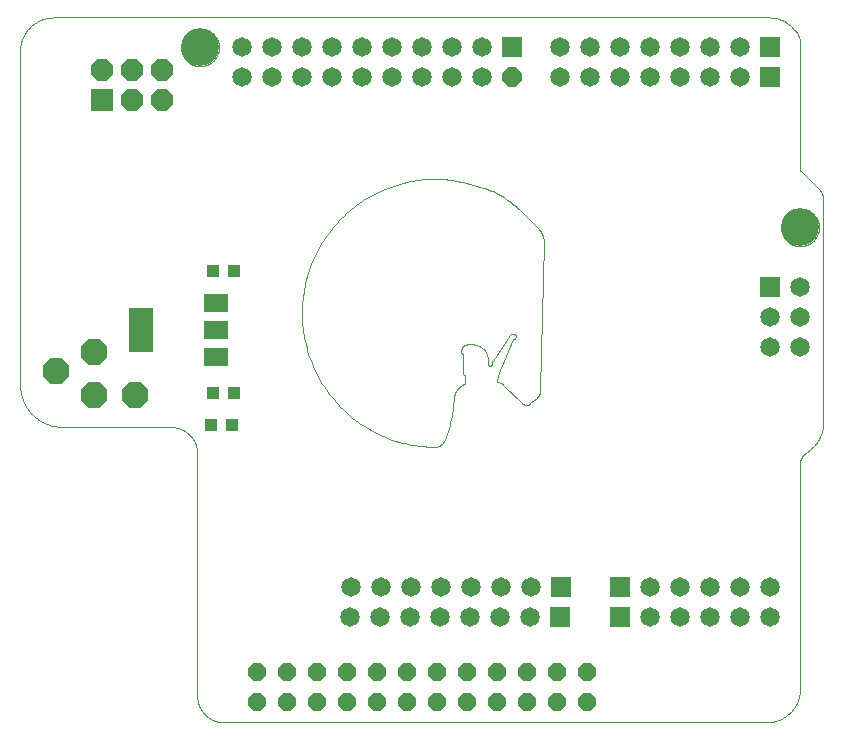
<source format=gts>
G75*
%MOIN*%
%OFA0B0*%
%FSLAX25Y25*%
%IPPOS*%
%LPD*%
%AMOC8*
5,1,8,0,0,1.08239X$1,22.5*
%
%ADD10C,0.00000*%
%ADD11R,0.06500X0.06500*%
%ADD12C,0.06500*%
%ADD13C,0.12600*%
%ADD14R,0.07400X0.07400*%
%ADD15OC8,0.07400*%
%ADD16OC8,0.06000*%
%ADD17OC8,0.06500*%
%ADD18OC8,0.08500*%
%ADD19R,0.07900X0.05900*%
%ADD20R,0.07900X0.15000*%
%ADD21R,0.04134X0.04252*%
D10*
X0064055Y0017159D02*
X0064055Y0097977D01*
X0064052Y0098190D01*
X0064045Y0098402D01*
X0064032Y0098615D01*
X0064014Y0098827D01*
X0063991Y0099038D01*
X0063963Y0099249D01*
X0063929Y0099459D01*
X0063891Y0099668D01*
X0063848Y0099877D01*
X0063799Y0100084D01*
X0063746Y0100290D01*
X0063687Y0100494D01*
X0063624Y0100697D01*
X0063556Y0100899D01*
X0063483Y0101099D01*
X0063405Y0101297D01*
X0063323Y0101493D01*
X0063235Y0101687D01*
X0063143Y0101878D01*
X0063047Y0102068D01*
X0062946Y0102255D01*
X0062840Y0102440D01*
X0062730Y0102622D01*
X0062615Y0102801D01*
X0062497Y0102978D01*
X0062374Y0103151D01*
X0062247Y0103322D01*
X0062115Y0103489D01*
X0061980Y0103654D01*
X0061841Y0103814D01*
X0061698Y0103972D01*
X0061551Y0104126D01*
X0061401Y0104276D01*
X0061247Y0104423D01*
X0061089Y0104566D01*
X0060929Y0104705D01*
X0060764Y0104840D01*
X0060597Y0104972D01*
X0060426Y0105099D01*
X0060253Y0105222D01*
X0060076Y0105340D01*
X0059897Y0105455D01*
X0059715Y0105565D01*
X0059530Y0105671D01*
X0059343Y0105772D01*
X0059153Y0105868D01*
X0058962Y0105960D01*
X0058768Y0106048D01*
X0058572Y0106130D01*
X0058374Y0106208D01*
X0058174Y0106281D01*
X0057972Y0106349D01*
X0057769Y0106412D01*
X0057565Y0106471D01*
X0057359Y0106524D01*
X0057152Y0106573D01*
X0056943Y0106616D01*
X0056734Y0106654D01*
X0056524Y0106688D01*
X0056313Y0106716D01*
X0056102Y0106739D01*
X0055890Y0106757D01*
X0055677Y0106770D01*
X0055465Y0106777D01*
X0055252Y0106780D01*
X0055252Y0106781D02*
X0019195Y0106781D01*
X0018852Y0106785D01*
X0018509Y0106798D01*
X0018167Y0106818D01*
X0017825Y0106847D01*
X0017484Y0106884D01*
X0017144Y0106930D01*
X0016805Y0106984D01*
X0016468Y0107045D01*
X0016132Y0107115D01*
X0015798Y0107193D01*
X0015466Y0107280D01*
X0015136Y0107374D01*
X0014809Y0107476D01*
X0014484Y0107586D01*
X0014161Y0107703D01*
X0013842Y0107829D01*
X0013526Y0107962D01*
X0013213Y0108103D01*
X0012904Y0108251D01*
X0012598Y0108407D01*
X0012296Y0108570D01*
X0011999Y0108740D01*
X0011705Y0108918D01*
X0011416Y0109102D01*
X0011131Y0109294D01*
X0010851Y0109492D01*
X0010576Y0109697D01*
X0010306Y0109909D01*
X0010041Y0110127D01*
X0009782Y0110351D01*
X0009528Y0110581D01*
X0009280Y0110818D01*
X0009037Y0111061D01*
X0008800Y0111309D01*
X0008570Y0111563D01*
X0008346Y0111822D01*
X0008128Y0112087D01*
X0007916Y0112357D01*
X0007711Y0112632D01*
X0007513Y0112912D01*
X0007321Y0113197D01*
X0007137Y0113486D01*
X0006959Y0113780D01*
X0006789Y0114077D01*
X0006626Y0114379D01*
X0006470Y0114685D01*
X0006322Y0114994D01*
X0006181Y0115307D01*
X0006048Y0115623D01*
X0005922Y0115942D01*
X0005805Y0116265D01*
X0005695Y0116590D01*
X0005593Y0116917D01*
X0005499Y0117247D01*
X0005412Y0117579D01*
X0005334Y0117913D01*
X0005264Y0118249D01*
X0005203Y0118586D01*
X0005149Y0118925D01*
X0005103Y0119265D01*
X0005066Y0119606D01*
X0005037Y0119948D01*
X0005017Y0120290D01*
X0005004Y0120633D01*
X0005000Y0120976D01*
X0005000Y0232153D01*
X0005003Y0232423D01*
X0005013Y0232692D01*
X0005029Y0232962D01*
X0005052Y0233230D01*
X0005081Y0233499D01*
X0005117Y0233766D01*
X0005159Y0234032D01*
X0005208Y0234298D01*
X0005263Y0234562D01*
X0005324Y0234824D01*
X0005392Y0235086D01*
X0005466Y0235345D01*
X0005546Y0235603D01*
X0005633Y0235858D01*
X0005725Y0236111D01*
X0005824Y0236363D01*
X0005929Y0236611D01*
X0006040Y0236857D01*
X0006156Y0237100D01*
X0006279Y0237341D01*
X0006407Y0237578D01*
X0006541Y0237812D01*
X0006680Y0238043D01*
X0006825Y0238270D01*
X0006976Y0238494D01*
X0007132Y0238714D01*
X0007293Y0238931D01*
X0007459Y0239143D01*
X0007631Y0239351D01*
X0007807Y0239555D01*
X0007989Y0239755D01*
X0008175Y0239950D01*
X0008366Y0240141D01*
X0008561Y0240327D01*
X0008761Y0240509D01*
X0008965Y0240685D01*
X0009173Y0240857D01*
X0009385Y0241023D01*
X0009602Y0241184D01*
X0009822Y0241340D01*
X0010046Y0241491D01*
X0010273Y0241636D01*
X0010504Y0241775D01*
X0010738Y0241909D01*
X0010975Y0242037D01*
X0011216Y0242160D01*
X0011459Y0242276D01*
X0011705Y0242387D01*
X0011953Y0242492D01*
X0012205Y0242591D01*
X0012458Y0242683D01*
X0012713Y0242770D01*
X0012971Y0242850D01*
X0013230Y0242924D01*
X0013492Y0242992D01*
X0013754Y0243053D01*
X0014018Y0243108D01*
X0014284Y0243157D01*
X0014550Y0243199D01*
X0014817Y0243235D01*
X0015086Y0243264D01*
X0015354Y0243287D01*
X0015624Y0243303D01*
X0015893Y0243313D01*
X0016163Y0243316D01*
X0254763Y0243316D01*
X0262006Y0240330D02*
X0263110Y0239234D01*
X0265000Y0234691D02*
X0265000Y0192770D01*
X0265293Y0192063D02*
X0271217Y0186214D01*
X0272717Y0182626D02*
X0272717Y0108230D01*
X0272714Y0107959D01*
X0272704Y0107688D01*
X0272687Y0107417D01*
X0272664Y0107147D01*
X0272635Y0106878D01*
X0272598Y0106609D01*
X0272556Y0106341D01*
X0272506Y0106074D01*
X0272451Y0105809D01*
X0272388Y0105545D01*
X0272320Y0105283D01*
X0272245Y0105022D01*
X0272164Y0104763D01*
X0272076Y0104507D01*
X0271982Y0104252D01*
X0271882Y0104000D01*
X0271776Y0103751D01*
X0271664Y0103504D01*
X0271546Y0103260D01*
X0271422Y0103019D01*
X0271292Y0102780D01*
X0271157Y0102546D01*
X0271016Y0102314D01*
X0270869Y0102086D01*
X0270716Y0101862D01*
X0270559Y0101641D01*
X0270396Y0101425D01*
X0270227Y0101212D01*
X0270054Y0101004D01*
X0269875Y0100799D01*
X0269692Y0100600D01*
X0269504Y0100404D01*
X0269311Y0100214D01*
X0269114Y0100028D01*
X0268912Y0099847D01*
X0268705Y0099671D01*
X0268495Y0099500D01*
X0266956Y0098282D01*
X0264843Y0093911D02*
X0264843Y0040427D01*
X0265000Y0019603D01*
X0264997Y0019331D01*
X0264987Y0019060D01*
X0264970Y0018788D01*
X0264947Y0018518D01*
X0264918Y0018247D01*
X0264882Y0017978D01*
X0264839Y0017709D01*
X0264790Y0017442D01*
X0264735Y0017176D01*
X0264673Y0016911D01*
X0264605Y0016648D01*
X0264530Y0016387D01*
X0264450Y0016127D01*
X0264362Y0015870D01*
X0264269Y0015615D01*
X0264170Y0015362D01*
X0264064Y0015111D01*
X0263953Y0014864D01*
X0263835Y0014618D01*
X0263712Y0014376D01*
X0263583Y0014137D01*
X0263448Y0013901D01*
X0263307Y0013669D01*
X0263161Y0013440D01*
X0263009Y0013214D01*
X0262852Y0012992D01*
X0262690Y0012774D01*
X0262522Y0012560D01*
X0262349Y0012350D01*
X0262172Y0012145D01*
X0261989Y0011944D01*
X0261801Y0011747D01*
X0261609Y0011555D01*
X0261412Y0011367D01*
X0261211Y0011184D01*
X0261006Y0011007D01*
X0260796Y0010834D01*
X0260582Y0010666D01*
X0260364Y0010504D01*
X0260142Y0010347D01*
X0259916Y0010195D01*
X0259687Y0010049D01*
X0259455Y0009908D01*
X0259219Y0009773D01*
X0258980Y0009644D01*
X0258738Y0009521D01*
X0258492Y0009403D01*
X0258245Y0009292D01*
X0257994Y0009186D01*
X0257741Y0009087D01*
X0257486Y0008994D01*
X0257229Y0008906D01*
X0256969Y0008826D01*
X0256708Y0008751D01*
X0256445Y0008683D01*
X0256180Y0008621D01*
X0255914Y0008566D01*
X0255647Y0008517D01*
X0255378Y0008474D01*
X0255109Y0008438D01*
X0254838Y0008409D01*
X0254568Y0008386D01*
X0254296Y0008369D01*
X0254025Y0008359D01*
X0253753Y0008356D01*
X0072859Y0008356D01*
X0072646Y0008359D01*
X0072434Y0008366D01*
X0072221Y0008379D01*
X0072009Y0008397D01*
X0071798Y0008420D01*
X0071587Y0008448D01*
X0071377Y0008482D01*
X0071168Y0008520D01*
X0070959Y0008563D01*
X0070752Y0008612D01*
X0070546Y0008665D01*
X0070342Y0008724D01*
X0070139Y0008787D01*
X0069937Y0008855D01*
X0069737Y0008928D01*
X0069539Y0009006D01*
X0069343Y0009088D01*
X0069149Y0009176D01*
X0068958Y0009268D01*
X0068768Y0009364D01*
X0068581Y0009465D01*
X0068396Y0009571D01*
X0068214Y0009681D01*
X0068035Y0009796D01*
X0067858Y0009914D01*
X0067685Y0010037D01*
X0067514Y0010164D01*
X0067347Y0010296D01*
X0067182Y0010431D01*
X0067022Y0010570D01*
X0066864Y0010713D01*
X0066710Y0010860D01*
X0066560Y0011010D01*
X0066413Y0011164D01*
X0066270Y0011322D01*
X0066131Y0011482D01*
X0065996Y0011647D01*
X0065864Y0011814D01*
X0065737Y0011985D01*
X0065614Y0012158D01*
X0065496Y0012335D01*
X0065381Y0012514D01*
X0065271Y0012696D01*
X0065165Y0012881D01*
X0065064Y0013068D01*
X0064968Y0013258D01*
X0064876Y0013449D01*
X0064788Y0013643D01*
X0064706Y0013839D01*
X0064628Y0014037D01*
X0064555Y0014237D01*
X0064487Y0014439D01*
X0064424Y0014642D01*
X0064365Y0014846D01*
X0064312Y0015052D01*
X0064263Y0015259D01*
X0064220Y0015468D01*
X0064182Y0015677D01*
X0064148Y0015887D01*
X0064120Y0016098D01*
X0064097Y0016309D01*
X0064079Y0016521D01*
X0064066Y0016734D01*
X0064059Y0016946D01*
X0064056Y0017159D01*
X0143000Y0100155D02*
X0143121Y0100156D01*
X0143242Y0100160D01*
X0143363Y0100167D01*
X0143484Y0100179D01*
X0143604Y0100194D01*
X0143723Y0100214D01*
X0143842Y0100237D01*
X0143960Y0100264D01*
X0144077Y0100294D01*
X0144193Y0100328D01*
X0144308Y0100366D01*
X0144422Y0100408D01*
X0144534Y0100453D01*
X0144645Y0100502D01*
X0144754Y0100554D01*
X0144862Y0100609D01*
X0144968Y0100668D01*
X0145072Y0100731D01*
X0145173Y0100796D01*
X0145273Y0100865D01*
X0145370Y0100937D01*
X0145465Y0101012D01*
X0145558Y0101089D01*
X0145648Y0101170D01*
X0145736Y0101254D01*
X0145821Y0101340D01*
X0145903Y0101429D01*
X0145982Y0101521D01*
X0146058Y0101615D01*
X0146131Y0101711D01*
X0146202Y0101810D01*
X0146269Y0101911D01*
X0146332Y0102014D01*
X0146393Y0102118D01*
X0146450Y0102225D01*
X0146504Y0102334D01*
X0146554Y0102444D01*
X0146600Y0102556D01*
X0149600Y0116355D02*
X0149609Y0116500D01*
X0149622Y0116644D01*
X0149639Y0116788D01*
X0149659Y0116931D01*
X0149684Y0117074D01*
X0149712Y0117216D01*
X0149744Y0117357D01*
X0149780Y0117497D01*
X0149820Y0117636D01*
X0149863Y0117774D01*
X0149910Y0117911D01*
X0149961Y0118047D01*
X0150016Y0118181D01*
X0150074Y0118314D01*
X0150136Y0118444D01*
X0150201Y0118574D01*
X0150270Y0118701D01*
X0150342Y0118827D01*
X0150417Y0118950D01*
X0150496Y0119072D01*
X0150578Y0119191D01*
X0150664Y0119308D01*
X0150752Y0119422D01*
X0150844Y0119535D01*
X0150938Y0119644D01*
X0151035Y0119751D01*
X0151136Y0119856D01*
X0151239Y0119957D01*
X0151345Y0120056D01*
X0151453Y0120152D01*
X0151564Y0120245D01*
X0151677Y0120335D01*
X0151793Y0120422D01*
X0151911Y0120505D01*
X0152032Y0120586D01*
X0152154Y0120663D01*
X0152279Y0120737D01*
X0152405Y0120807D01*
X0152534Y0120874D01*
X0152664Y0120938D01*
X0152796Y0120997D01*
X0152929Y0121054D01*
X0153064Y0121106D01*
X0153200Y0121155D01*
X0153200Y0121156D02*
X0153200Y0124156D01*
X0153153Y0124158D01*
X0153106Y0124163D01*
X0153060Y0124173D01*
X0153015Y0124185D01*
X0152970Y0124202D01*
X0152928Y0124221D01*
X0152887Y0124244D01*
X0152847Y0124271D01*
X0152810Y0124300D01*
X0152776Y0124332D01*
X0152744Y0124366D01*
X0152715Y0124403D01*
X0152688Y0124443D01*
X0152665Y0124484D01*
X0152646Y0124526D01*
X0152629Y0124571D01*
X0152617Y0124616D01*
X0152607Y0124662D01*
X0152602Y0124709D01*
X0152600Y0124756D01*
X0152600Y0130756D01*
X0152598Y0130803D01*
X0152593Y0130850D01*
X0152583Y0130896D01*
X0152571Y0130941D01*
X0152554Y0130986D01*
X0152535Y0131028D01*
X0152512Y0131069D01*
X0152485Y0131109D01*
X0152456Y0131146D01*
X0152424Y0131180D01*
X0152390Y0131212D01*
X0152353Y0131241D01*
X0152313Y0131268D01*
X0152272Y0131291D01*
X0152230Y0131310D01*
X0152185Y0131327D01*
X0152140Y0131339D01*
X0152094Y0131349D01*
X0152047Y0131354D01*
X0152000Y0131356D01*
X0152000Y0131956D01*
X0152002Y0132053D01*
X0152008Y0132149D01*
X0152017Y0132245D01*
X0152031Y0132341D01*
X0152049Y0132436D01*
X0152070Y0132530D01*
X0152095Y0132624D01*
X0152124Y0132716D01*
X0152156Y0132807D01*
X0152192Y0132897D01*
X0152232Y0132985D01*
X0152275Y0133071D01*
X0152322Y0133156D01*
X0152372Y0133239D01*
X0152425Y0133319D01*
X0152481Y0133398D01*
X0152541Y0133474D01*
X0152604Y0133547D01*
X0152669Y0133619D01*
X0152737Y0133687D01*
X0152809Y0133752D01*
X0152882Y0133815D01*
X0152958Y0133875D01*
X0153037Y0133931D01*
X0153117Y0133984D01*
X0153200Y0134034D01*
X0153285Y0134081D01*
X0153371Y0134124D01*
X0153459Y0134164D01*
X0153549Y0134200D01*
X0153640Y0134232D01*
X0153732Y0134261D01*
X0153826Y0134286D01*
X0153920Y0134307D01*
X0154015Y0134325D01*
X0154111Y0134339D01*
X0154207Y0134348D01*
X0154303Y0134354D01*
X0154400Y0134356D01*
X0155600Y0134356D01*
X0155746Y0134354D01*
X0155892Y0134348D01*
X0156038Y0134338D01*
X0156184Y0134324D01*
X0156329Y0134307D01*
X0156474Y0134285D01*
X0156618Y0134259D01*
X0156761Y0134230D01*
X0156903Y0134196D01*
X0157045Y0134159D01*
X0157185Y0134118D01*
X0157324Y0134073D01*
X0157462Y0134025D01*
X0157599Y0133972D01*
X0157734Y0133917D01*
X0157867Y0133857D01*
X0157999Y0133794D01*
X0158129Y0133727D01*
X0158258Y0133657D01*
X0158384Y0133583D01*
X0158508Y0133506D01*
X0158630Y0133426D01*
X0158750Y0133342D01*
X0158868Y0133255D01*
X0158983Y0133165D01*
X0159096Y0133072D01*
X0159206Y0132975D01*
X0159314Y0132876D01*
X0159418Y0132774D01*
X0159520Y0132670D01*
X0159619Y0132562D01*
X0159716Y0132452D01*
X0159809Y0132339D01*
X0159899Y0132224D01*
X0159986Y0132106D01*
X0160070Y0131986D01*
X0160150Y0131864D01*
X0160227Y0131740D01*
X0160301Y0131614D01*
X0160371Y0131485D01*
X0160438Y0131355D01*
X0160501Y0131223D01*
X0160561Y0131090D01*
X0160616Y0130955D01*
X0160669Y0130818D01*
X0160717Y0130680D01*
X0160762Y0130541D01*
X0160803Y0130401D01*
X0160840Y0130259D01*
X0160874Y0130117D01*
X0160903Y0129974D01*
X0160929Y0129830D01*
X0160951Y0129685D01*
X0160968Y0129540D01*
X0160982Y0129394D01*
X0160992Y0129248D01*
X0160998Y0129102D01*
X0161000Y0128956D01*
X0161000Y0127756D01*
X0161600Y0127156D02*
X0161647Y0127158D01*
X0161694Y0127163D01*
X0161740Y0127173D01*
X0161785Y0127185D01*
X0161830Y0127202D01*
X0161872Y0127221D01*
X0161913Y0127244D01*
X0161953Y0127271D01*
X0161990Y0127300D01*
X0162024Y0127332D01*
X0162056Y0127366D01*
X0162085Y0127403D01*
X0162112Y0127443D01*
X0162135Y0127484D01*
X0162154Y0127526D01*
X0162171Y0127571D01*
X0162183Y0127616D01*
X0162193Y0127662D01*
X0162198Y0127709D01*
X0162200Y0127756D01*
X0161600Y0127156D02*
X0161553Y0127158D01*
X0161506Y0127163D01*
X0161460Y0127173D01*
X0161415Y0127185D01*
X0161370Y0127202D01*
X0161328Y0127221D01*
X0161287Y0127244D01*
X0161247Y0127271D01*
X0161210Y0127300D01*
X0161176Y0127332D01*
X0161144Y0127366D01*
X0161115Y0127403D01*
X0161088Y0127443D01*
X0161065Y0127484D01*
X0161046Y0127526D01*
X0161029Y0127571D01*
X0161017Y0127616D01*
X0161007Y0127662D01*
X0161002Y0127709D01*
X0161000Y0127756D01*
X0162533Y0128855D02*
X0168200Y0137356D01*
X0169400Y0137956D02*
X0169459Y0137950D01*
X0169518Y0137941D01*
X0169576Y0137928D01*
X0169633Y0137912D01*
X0169688Y0137891D01*
X0169743Y0137867D01*
X0169795Y0137839D01*
X0169846Y0137808D01*
X0169894Y0137774D01*
X0169940Y0137737D01*
X0169984Y0137696D01*
X0170025Y0137653D01*
X0170062Y0137608D01*
X0170097Y0137559D01*
X0170129Y0137509D01*
X0170157Y0137457D01*
X0170182Y0137403D01*
X0170203Y0137347D01*
X0170220Y0137291D01*
X0170233Y0137233D01*
X0170243Y0137174D01*
X0170249Y0137115D01*
X0170251Y0137056D01*
X0170249Y0136997D01*
X0170243Y0136938D01*
X0170233Y0136879D01*
X0170220Y0136821D01*
X0170203Y0136765D01*
X0170182Y0136709D01*
X0170157Y0136655D01*
X0170129Y0136603D01*
X0170097Y0136553D01*
X0170062Y0136504D01*
X0170025Y0136459D01*
X0169984Y0136416D01*
X0169940Y0136375D01*
X0169894Y0136338D01*
X0169846Y0136304D01*
X0169795Y0136273D01*
X0169743Y0136245D01*
X0169688Y0136221D01*
X0169633Y0136200D01*
X0169576Y0136184D01*
X0169518Y0136171D01*
X0169459Y0136162D01*
X0169400Y0136156D01*
X0165200Y0126556D01*
X0162200Y0127756D02*
X0162202Y0127839D01*
X0162207Y0127922D01*
X0162216Y0128005D01*
X0162228Y0128087D01*
X0162244Y0128169D01*
X0162263Y0128250D01*
X0162285Y0128330D01*
X0162311Y0128409D01*
X0162340Y0128487D01*
X0162372Y0128564D01*
X0162408Y0128639D01*
X0162446Y0128713D01*
X0162488Y0128785D01*
X0162533Y0128855D01*
X0166049Y0120907D02*
X0172169Y0114787D01*
X0172170Y0114787D02*
X0172235Y0114724D01*
X0172303Y0114664D01*
X0172373Y0114607D01*
X0172445Y0114553D01*
X0172520Y0114503D01*
X0172597Y0114455D01*
X0172675Y0114410D01*
X0172756Y0114369D01*
X0172838Y0114332D01*
X0172922Y0114297D01*
X0173007Y0114267D01*
X0173093Y0114240D01*
X0173180Y0114216D01*
X0173268Y0114196D01*
X0173357Y0114180D01*
X0173447Y0114168D01*
X0173537Y0114159D01*
X0173627Y0114154D01*
X0173717Y0114153D01*
X0173808Y0114156D01*
X0173898Y0114162D01*
X0173988Y0114172D01*
X0174077Y0114186D01*
X0174166Y0114204D01*
X0174253Y0114225D01*
X0174340Y0114250D01*
X0174426Y0114279D01*
X0174510Y0114311D01*
X0174593Y0114347D01*
X0174675Y0114386D01*
X0174755Y0114428D01*
X0174833Y0114474D01*
X0174909Y0114523D01*
X0174983Y0114575D01*
X0175054Y0114630D01*
X0175123Y0114688D01*
X0177241Y0116542D01*
X0178435Y0119095D02*
X0179558Y0168521D01*
X0179559Y0168521D02*
X0179560Y0168669D01*
X0179558Y0168817D01*
X0179551Y0168964D01*
X0179541Y0169112D01*
X0179527Y0169259D01*
X0179509Y0169405D01*
X0179488Y0169551D01*
X0179462Y0169697D01*
X0179433Y0169842D01*
X0179400Y0169985D01*
X0179364Y0170129D01*
X0179323Y0170271D01*
X0179279Y0170411D01*
X0179231Y0170551D01*
X0179180Y0170690D01*
X0179125Y0170827D01*
X0179067Y0170962D01*
X0179005Y0171096D01*
X0178939Y0171229D01*
X0178870Y0171359D01*
X0178798Y0171488D01*
X0178722Y0171615D01*
X0178643Y0171740D01*
X0178561Y0171862D01*
X0178476Y0171983D01*
X0178387Y0172101D01*
X0178296Y0172217D01*
X0178201Y0172331D01*
X0178104Y0172442D01*
X0178004Y0172550D01*
X0177901Y0172656D01*
X0177901Y0172655D02*
X0171200Y0179356D01*
X0159200Y0186556D02*
X0152600Y0188356D01*
X0159200Y0186556D02*
X0159874Y0186342D01*
X0160542Y0186112D01*
X0161204Y0185865D01*
X0161860Y0185602D01*
X0162509Y0185323D01*
X0163152Y0185028D01*
X0163787Y0184718D01*
X0164414Y0184392D01*
X0165033Y0184051D01*
X0165643Y0183695D01*
X0166245Y0183324D01*
X0166837Y0182938D01*
X0167420Y0182538D01*
X0167992Y0182124D01*
X0168555Y0181696D01*
X0169106Y0181254D01*
X0169647Y0180799D01*
X0170176Y0180331D01*
X0170694Y0179850D01*
X0171200Y0179356D01*
X0152600Y0188356D02*
X0151799Y0188564D01*
X0150993Y0188753D01*
X0150182Y0188922D01*
X0149368Y0189071D01*
X0148550Y0189200D01*
X0147729Y0189309D01*
X0146906Y0189399D01*
X0146081Y0189468D01*
X0145255Y0189518D01*
X0144428Y0189547D01*
X0143600Y0189556D01*
X0143600Y0189555D02*
X0142508Y0189540D01*
X0141417Y0189499D01*
X0140328Y0189431D01*
X0139240Y0189337D01*
X0138155Y0189216D01*
X0137074Y0189068D01*
X0135996Y0188895D01*
X0134923Y0188695D01*
X0133855Y0188468D01*
X0132793Y0188216D01*
X0131737Y0187938D01*
X0130689Y0187634D01*
X0129648Y0187305D01*
X0128615Y0186950D01*
X0127592Y0186571D01*
X0126578Y0186166D01*
X0125574Y0185737D01*
X0124581Y0185283D01*
X0123600Y0184806D01*
X0122630Y0184304D01*
X0121673Y0183779D01*
X0120729Y0183231D01*
X0119799Y0182660D01*
X0118883Y0182066D01*
X0117982Y0181450D01*
X0117096Y0180812D01*
X0116225Y0180153D01*
X0115372Y0179473D01*
X0114535Y0178772D01*
X0113715Y0178051D01*
X0112913Y0177310D01*
X0112130Y0176550D01*
X0111365Y0175771D01*
X0110620Y0174973D01*
X0109894Y0174158D01*
X0109189Y0173325D01*
X0108504Y0172475D01*
X0107840Y0171608D01*
X0107197Y0170726D01*
X0106576Y0169828D01*
X0105978Y0168915D01*
X0105401Y0167988D01*
X0104848Y0167047D01*
X0104317Y0166093D01*
X0103810Y0165126D01*
X0103327Y0164147D01*
X0102868Y0163157D01*
X0102433Y0162156D01*
X0102023Y0161144D01*
X0101638Y0160123D01*
X0101277Y0159092D01*
X0100942Y0158053D01*
X0100633Y0157006D01*
X0100349Y0155952D01*
X0100091Y0154892D01*
X0099859Y0153825D01*
X0099653Y0152753D01*
X0099473Y0151676D01*
X0099319Y0150595D01*
X0099192Y0149511D01*
X0099092Y0148424D01*
X0099018Y0147335D01*
X0098971Y0146244D01*
X0098950Y0145153D01*
X0098956Y0144061D01*
X0098989Y0142970D01*
X0099048Y0141880D01*
X0099134Y0140792D01*
X0099246Y0139706D01*
X0099385Y0138623D01*
X0099551Y0137544D01*
X0099742Y0136470D01*
X0099960Y0135400D01*
X0100204Y0134336D01*
X0100474Y0133278D01*
X0100769Y0132227D01*
X0101090Y0131184D01*
X0101437Y0130149D01*
X0101808Y0129122D01*
X0102205Y0128105D01*
X0102626Y0127098D01*
X0103072Y0126102D01*
X0103542Y0125116D01*
X0104036Y0124143D01*
X0104553Y0123182D01*
X0105094Y0122234D01*
X0105658Y0121299D01*
X0106245Y0120378D01*
X0106853Y0119472D01*
X0107484Y0118581D01*
X0108136Y0117706D01*
X0108810Y0116847D01*
X0109504Y0116004D01*
X0110219Y0115179D01*
X0110953Y0114371D01*
X0111707Y0113582D01*
X0112480Y0112811D01*
X0113272Y0112060D01*
X0114082Y0111328D01*
X0114909Y0110616D01*
X0115754Y0109924D01*
X0116615Y0109253D01*
X0117493Y0108604D01*
X0118386Y0107976D01*
X0119294Y0107370D01*
X0120216Y0106786D01*
X0121153Y0106225D01*
X0122103Y0105688D01*
X0123065Y0105173D01*
X0124040Y0104682D01*
X0125027Y0104215D01*
X0126025Y0103773D01*
X0127033Y0103355D01*
X0128052Y0102961D01*
X0129079Y0102593D01*
X0130116Y0102249D01*
X0131160Y0101932D01*
X0132212Y0101639D01*
X0133270Y0101373D01*
X0134335Y0101132D01*
X0135405Y0100918D01*
X0136481Y0100730D01*
X0137560Y0100568D01*
X0138644Y0100432D01*
X0139730Y0100323D01*
X0140818Y0100241D01*
X0141908Y0100185D01*
X0143000Y0100156D01*
X0164000Y0121756D02*
X0164103Y0121754D01*
X0164207Y0121749D01*
X0164310Y0121739D01*
X0164412Y0121727D01*
X0164514Y0121710D01*
X0164616Y0121690D01*
X0164716Y0121666D01*
X0164816Y0121639D01*
X0164915Y0121608D01*
X0165012Y0121573D01*
X0165109Y0121535D01*
X0165203Y0121494D01*
X0165297Y0121450D01*
X0165388Y0121402D01*
X0165478Y0121350D01*
X0165566Y0121296D01*
X0165652Y0121239D01*
X0165736Y0121178D01*
X0165818Y0121115D01*
X0165897Y0121048D01*
X0165974Y0120979D01*
X0166048Y0120907D01*
X0177241Y0116542D02*
X0177327Y0116620D01*
X0177411Y0116700D01*
X0177491Y0116784D01*
X0177569Y0116870D01*
X0177644Y0116958D01*
X0177716Y0117049D01*
X0177785Y0117143D01*
X0177851Y0117238D01*
X0177914Y0117336D01*
X0177973Y0117436D01*
X0178029Y0117537D01*
X0178082Y0117641D01*
X0178131Y0117746D01*
X0178176Y0117853D01*
X0178219Y0117961D01*
X0178257Y0118070D01*
X0178292Y0118181D01*
X0178323Y0118293D01*
X0178350Y0118406D01*
X0178374Y0118519D01*
X0178394Y0118634D01*
X0178410Y0118748D01*
X0178422Y0118864D01*
X0178431Y0118980D01*
X0178435Y0119096D01*
X0164000Y0121756D02*
X0164031Y0122110D01*
X0164072Y0122462D01*
X0164120Y0122814D01*
X0164177Y0123165D01*
X0164243Y0123514D01*
X0164316Y0123861D01*
X0164398Y0124206D01*
X0164488Y0124550D01*
X0164587Y0124891D01*
X0164693Y0125230D01*
X0164808Y0125566D01*
X0164931Y0125899D01*
X0165061Y0126229D01*
X0165200Y0126556D01*
X0168200Y0137356D02*
X0168240Y0137413D01*
X0168284Y0137469D01*
X0168330Y0137521D01*
X0168379Y0137572D01*
X0168430Y0137620D01*
X0168484Y0137665D01*
X0168540Y0137707D01*
X0168598Y0137746D01*
X0168658Y0137782D01*
X0168720Y0137815D01*
X0168784Y0137845D01*
X0168849Y0137871D01*
X0168915Y0137894D01*
X0168983Y0137914D01*
X0169051Y0137930D01*
X0169120Y0137942D01*
X0169190Y0137951D01*
X0169260Y0137956D01*
X0169330Y0137958D01*
X0169400Y0137956D01*
X0149600Y0116355D02*
X0149539Y0115344D01*
X0149455Y0114334D01*
X0149346Y0113326D01*
X0149214Y0112322D01*
X0149058Y0111320D01*
X0148878Y0110323D01*
X0148674Y0109330D01*
X0148447Y0108343D01*
X0148197Y0107361D01*
X0147923Y0106385D01*
X0147627Y0105416D01*
X0147307Y0104455D01*
X0146965Y0103501D01*
X0146600Y0102555D01*
X0258700Y0173356D02*
X0258702Y0173514D01*
X0258708Y0173673D01*
X0258718Y0173831D01*
X0258732Y0173988D01*
X0258750Y0174146D01*
X0258771Y0174302D01*
X0258797Y0174459D01*
X0258827Y0174614D01*
X0258860Y0174769D01*
X0258898Y0174923D01*
X0258939Y0175076D01*
X0258984Y0175227D01*
X0259033Y0175378D01*
X0259086Y0175527D01*
X0259142Y0175675D01*
X0259203Y0175822D01*
X0259266Y0175967D01*
X0259334Y0176110D01*
X0259405Y0176251D01*
X0259479Y0176391D01*
X0259557Y0176529D01*
X0259639Y0176665D01*
X0259724Y0176798D01*
X0259812Y0176930D01*
X0259903Y0177059D01*
X0259998Y0177186D01*
X0260096Y0177310D01*
X0260197Y0177432D01*
X0260301Y0177552D01*
X0260407Y0177669D01*
X0260517Y0177783D01*
X0260630Y0177894D01*
X0260745Y0178002D01*
X0260864Y0178108D01*
X0260984Y0178210D01*
X0261107Y0178310D01*
X0261233Y0178406D01*
X0261361Y0178499D01*
X0261492Y0178589D01*
X0261624Y0178675D01*
X0261759Y0178758D01*
X0261896Y0178838D01*
X0262035Y0178914D01*
X0262175Y0178987D01*
X0262318Y0179056D01*
X0262462Y0179122D01*
X0262607Y0179184D01*
X0262755Y0179242D01*
X0262903Y0179297D01*
X0263053Y0179348D01*
X0263204Y0179395D01*
X0263357Y0179438D01*
X0263510Y0179477D01*
X0263664Y0179513D01*
X0263819Y0179544D01*
X0263975Y0179572D01*
X0264132Y0179596D01*
X0264289Y0179616D01*
X0264447Y0179632D01*
X0264604Y0179644D01*
X0264763Y0179652D01*
X0264921Y0179656D01*
X0265079Y0179656D01*
X0265237Y0179652D01*
X0265396Y0179644D01*
X0265553Y0179632D01*
X0265711Y0179616D01*
X0265868Y0179596D01*
X0266025Y0179572D01*
X0266181Y0179544D01*
X0266336Y0179513D01*
X0266490Y0179477D01*
X0266643Y0179438D01*
X0266796Y0179395D01*
X0266947Y0179348D01*
X0267097Y0179297D01*
X0267245Y0179242D01*
X0267393Y0179184D01*
X0267538Y0179122D01*
X0267682Y0179056D01*
X0267825Y0178987D01*
X0267965Y0178914D01*
X0268104Y0178838D01*
X0268241Y0178758D01*
X0268376Y0178675D01*
X0268508Y0178589D01*
X0268639Y0178499D01*
X0268767Y0178406D01*
X0268893Y0178310D01*
X0269016Y0178210D01*
X0269136Y0178108D01*
X0269255Y0178002D01*
X0269370Y0177894D01*
X0269483Y0177783D01*
X0269593Y0177669D01*
X0269699Y0177552D01*
X0269803Y0177432D01*
X0269904Y0177310D01*
X0270002Y0177186D01*
X0270097Y0177059D01*
X0270188Y0176930D01*
X0270276Y0176798D01*
X0270361Y0176665D01*
X0270443Y0176529D01*
X0270521Y0176391D01*
X0270595Y0176251D01*
X0270666Y0176110D01*
X0270734Y0175967D01*
X0270797Y0175822D01*
X0270858Y0175675D01*
X0270914Y0175527D01*
X0270967Y0175378D01*
X0271016Y0175227D01*
X0271061Y0175076D01*
X0271102Y0174923D01*
X0271140Y0174769D01*
X0271173Y0174614D01*
X0271203Y0174459D01*
X0271229Y0174302D01*
X0271250Y0174146D01*
X0271268Y0173988D01*
X0271282Y0173831D01*
X0271292Y0173673D01*
X0271298Y0173514D01*
X0271300Y0173356D01*
X0271298Y0173198D01*
X0271292Y0173039D01*
X0271282Y0172881D01*
X0271268Y0172724D01*
X0271250Y0172566D01*
X0271229Y0172410D01*
X0271203Y0172253D01*
X0271173Y0172098D01*
X0271140Y0171943D01*
X0271102Y0171789D01*
X0271061Y0171636D01*
X0271016Y0171485D01*
X0270967Y0171334D01*
X0270914Y0171185D01*
X0270858Y0171037D01*
X0270797Y0170890D01*
X0270734Y0170745D01*
X0270666Y0170602D01*
X0270595Y0170461D01*
X0270521Y0170321D01*
X0270443Y0170183D01*
X0270361Y0170047D01*
X0270276Y0169914D01*
X0270188Y0169782D01*
X0270097Y0169653D01*
X0270002Y0169526D01*
X0269904Y0169402D01*
X0269803Y0169280D01*
X0269699Y0169160D01*
X0269593Y0169043D01*
X0269483Y0168929D01*
X0269370Y0168818D01*
X0269255Y0168710D01*
X0269136Y0168604D01*
X0269016Y0168502D01*
X0268893Y0168402D01*
X0268767Y0168306D01*
X0268639Y0168213D01*
X0268508Y0168123D01*
X0268376Y0168037D01*
X0268241Y0167954D01*
X0268104Y0167874D01*
X0267965Y0167798D01*
X0267825Y0167725D01*
X0267682Y0167656D01*
X0267538Y0167590D01*
X0267393Y0167528D01*
X0267245Y0167470D01*
X0267097Y0167415D01*
X0266947Y0167364D01*
X0266796Y0167317D01*
X0266643Y0167274D01*
X0266490Y0167235D01*
X0266336Y0167199D01*
X0266181Y0167168D01*
X0266025Y0167140D01*
X0265868Y0167116D01*
X0265711Y0167096D01*
X0265553Y0167080D01*
X0265396Y0167068D01*
X0265237Y0167060D01*
X0265079Y0167056D01*
X0264921Y0167056D01*
X0264763Y0167060D01*
X0264604Y0167068D01*
X0264447Y0167080D01*
X0264289Y0167096D01*
X0264132Y0167116D01*
X0263975Y0167140D01*
X0263819Y0167168D01*
X0263664Y0167199D01*
X0263510Y0167235D01*
X0263357Y0167274D01*
X0263204Y0167317D01*
X0263053Y0167364D01*
X0262903Y0167415D01*
X0262755Y0167470D01*
X0262607Y0167528D01*
X0262462Y0167590D01*
X0262318Y0167656D01*
X0262175Y0167725D01*
X0262035Y0167798D01*
X0261896Y0167874D01*
X0261759Y0167954D01*
X0261624Y0168037D01*
X0261492Y0168123D01*
X0261361Y0168213D01*
X0261233Y0168306D01*
X0261107Y0168402D01*
X0260984Y0168502D01*
X0260864Y0168604D01*
X0260745Y0168710D01*
X0260630Y0168818D01*
X0260517Y0168929D01*
X0260407Y0169043D01*
X0260301Y0169160D01*
X0260197Y0169280D01*
X0260096Y0169402D01*
X0259998Y0169526D01*
X0259903Y0169653D01*
X0259812Y0169782D01*
X0259724Y0169914D01*
X0259639Y0170047D01*
X0259557Y0170183D01*
X0259479Y0170321D01*
X0259405Y0170461D01*
X0259334Y0170602D01*
X0259266Y0170745D01*
X0259203Y0170890D01*
X0259142Y0171037D01*
X0259086Y0171185D01*
X0259033Y0171334D01*
X0258984Y0171485D01*
X0258939Y0171636D01*
X0258898Y0171789D01*
X0258860Y0171943D01*
X0258827Y0172098D01*
X0258797Y0172253D01*
X0258771Y0172410D01*
X0258750Y0172566D01*
X0258732Y0172724D01*
X0258718Y0172881D01*
X0258708Y0173039D01*
X0258702Y0173198D01*
X0258700Y0173356D01*
X0272717Y0182626D02*
X0272715Y0182764D01*
X0272709Y0182901D01*
X0272700Y0183039D01*
X0272687Y0183176D01*
X0272670Y0183312D01*
X0272649Y0183448D01*
X0272625Y0183584D01*
X0272597Y0183719D01*
X0272566Y0183853D01*
X0272530Y0183986D01*
X0272491Y0184118D01*
X0272449Y0184249D01*
X0272403Y0184378D01*
X0272353Y0184507D01*
X0272300Y0184634D01*
X0272243Y0184759D01*
X0272184Y0184883D01*
X0272120Y0185005D01*
X0272054Y0185126D01*
X0271984Y0185244D01*
X0271911Y0185361D01*
X0271834Y0185476D01*
X0271755Y0185588D01*
X0271673Y0185699D01*
X0271587Y0185807D01*
X0271499Y0185912D01*
X0271408Y0186015D01*
X0271314Y0186116D01*
X0271217Y0186214D01*
X0265293Y0192063D02*
X0265251Y0192107D01*
X0265213Y0192153D01*
X0265177Y0192202D01*
X0265144Y0192253D01*
X0265115Y0192305D01*
X0265088Y0192360D01*
X0265065Y0192415D01*
X0265045Y0192472D01*
X0265029Y0192531D01*
X0265016Y0192590D01*
X0265007Y0192649D01*
X0265002Y0192710D01*
X0265000Y0192770D01*
X0262006Y0240331D02*
X0261826Y0240506D01*
X0261641Y0240676D01*
X0261452Y0240842D01*
X0261260Y0241003D01*
X0261063Y0241159D01*
X0260863Y0241311D01*
X0260659Y0241458D01*
X0260451Y0241599D01*
X0260241Y0241736D01*
X0260026Y0241867D01*
X0259809Y0241993D01*
X0259589Y0242113D01*
X0259366Y0242229D01*
X0259140Y0242338D01*
X0258911Y0242443D01*
X0258680Y0242541D01*
X0258447Y0242634D01*
X0258211Y0242721D01*
X0257974Y0242803D01*
X0257734Y0242878D01*
X0257493Y0242948D01*
X0257250Y0243012D01*
X0257005Y0243069D01*
X0256760Y0243121D01*
X0256513Y0243167D01*
X0256265Y0243207D01*
X0256016Y0243240D01*
X0255766Y0243268D01*
X0255516Y0243289D01*
X0255265Y0243305D01*
X0255014Y0243314D01*
X0254763Y0243317D01*
X0263110Y0239233D02*
X0263220Y0239121D01*
X0263328Y0239006D01*
X0263433Y0238888D01*
X0263535Y0238767D01*
X0263634Y0238644D01*
X0263730Y0238519D01*
X0263822Y0238391D01*
X0263912Y0238261D01*
X0263998Y0238129D01*
X0264082Y0237995D01*
X0264161Y0237859D01*
X0264238Y0237721D01*
X0264311Y0237581D01*
X0264380Y0237439D01*
X0264446Y0237296D01*
X0264509Y0237151D01*
X0264567Y0237005D01*
X0264623Y0236857D01*
X0264674Y0236708D01*
X0264722Y0236557D01*
X0264766Y0236406D01*
X0264807Y0236253D01*
X0264843Y0236100D01*
X0264876Y0235945D01*
X0264905Y0235790D01*
X0264930Y0235634D01*
X0264951Y0235478D01*
X0264969Y0235321D01*
X0264983Y0235164D01*
X0264992Y0235006D01*
X0264998Y0234849D01*
X0265000Y0234691D01*
X0058700Y0233356D02*
X0058702Y0233514D01*
X0058708Y0233673D01*
X0058718Y0233831D01*
X0058732Y0233988D01*
X0058750Y0234146D01*
X0058771Y0234302D01*
X0058797Y0234459D01*
X0058827Y0234614D01*
X0058860Y0234769D01*
X0058898Y0234923D01*
X0058939Y0235076D01*
X0058984Y0235227D01*
X0059033Y0235378D01*
X0059086Y0235527D01*
X0059142Y0235675D01*
X0059203Y0235822D01*
X0059266Y0235967D01*
X0059334Y0236110D01*
X0059405Y0236251D01*
X0059479Y0236391D01*
X0059557Y0236529D01*
X0059639Y0236665D01*
X0059724Y0236798D01*
X0059812Y0236930D01*
X0059903Y0237059D01*
X0059998Y0237186D01*
X0060096Y0237310D01*
X0060197Y0237432D01*
X0060301Y0237552D01*
X0060407Y0237669D01*
X0060517Y0237783D01*
X0060630Y0237894D01*
X0060745Y0238002D01*
X0060864Y0238108D01*
X0060984Y0238210D01*
X0061107Y0238310D01*
X0061233Y0238406D01*
X0061361Y0238499D01*
X0061492Y0238589D01*
X0061624Y0238675D01*
X0061759Y0238758D01*
X0061896Y0238838D01*
X0062035Y0238914D01*
X0062175Y0238987D01*
X0062318Y0239056D01*
X0062462Y0239122D01*
X0062607Y0239184D01*
X0062755Y0239242D01*
X0062903Y0239297D01*
X0063053Y0239348D01*
X0063204Y0239395D01*
X0063357Y0239438D01*
X0063510Y0239477D01*
X0063664Y0239513D01*
X0063819Y0239544D01*
X0063975Y0239572D01*
X0064132Y0239596D01*
X0064289Y0239616D01*
X0064447Y0239632D01*
X0064604Y0239644D01*
X0064763Y0239652D01*
X0064921Y0239656D01*
X0065079Y0239656D01*
X0065237Y0239652D01*
X0065396Y0239644D01*
X0065553Y0239632D01*
X0065711Y0239616D01*
X0065868Y0239596D01*
X0066025Y0239572D01*
X0066181Y0239544D01*
X0066336Y0239513D01*
X0066490Y0239477D01*
X0066643Y0239438D01*
X0066796Y0239395D01*
X0066947Y0239348D01*
X0067097Y0239297D01*
X0067245Y0239242D01*
X0067393Y0239184D01*
X0067538Y0239122D01*
X0067682Y0239056D01*
X0067825Y0238987D01*
X0067965Y0238914D01*
X0068104Y0238838D01*
X0068241Y0238758D01*
X0068376Y0238675D01*
X0068508Y0238589D01*
X0068639Y0238499D01*
X0068767Y0238406D01*
X0068893Y0238310D01*
X0069016Y0238210D01*
X0069136Y0238108D01*
X0069255Y0238002D01*
X0069370Y0237894D01*
X0069483Y0237783D01*
X0069593Y0237669D01*
X0069699Y0237552D01*
X0069803Y0237432D01*
X0069904Y0237310D01*
X0070002Y0237186D01*
X0070097Y0237059D01*
X0070188Y0236930D01*
X0070276Y0236798D01*
X0070361Y0236665D01*
X0070443Y0236529D01*
X0070521Y0236391D01*
X0070595Y0236251D01*
X0070666Y0236110D01*
X0070734Y0235967D01*
X0070797Y0235822D01*
X0070858Y0235675D01*
X0070914Y0235527D01*
X0070967Y0235378D01*
X0071016Y0235227D01*
X0071061Y0235076D01*
X0071102Y0234923D01*
X0071140Y0234769D01*
X0071173Y0234614D01*
X0071203Y0234459D01*
X0071229Y0234302D01*
X0071250Y0234146D01*
X0071268Y0233988D01*
X0071282Y0233831D01*
X0071292Y0233673D01*
X0071298Y0233514D01*
X0071300Y0233356D01*
X0071298Y0233198D01*
X0071292Y0233039D01*
X0071282Y0232881D01*
X0071268Y0232724D01*
X0071250Y0232566D01*
X0071229Y0232410D01*
X0071203Y0232253D01*
X0071173Y0232098D01*
X0071140Y0231943D01*
X0071102Y0231789D01*
X0071061Y0231636D01*
X0071016Y0231485D01*
X0070967Y0231334D01*
X0070914Y0231185D01*
X0070858Y0231037D01*
X0070797Y0230890D01*
X0070734Y0230745D01*
X0070666Y0230602D01*
X0070595Y0230461D01*
X0070521Y0230321D01*
X0070443Y0230183D01*
X0070361Y0230047D01*
X0070276Y0229914D01*
X0070188Y0229782D01*
X0070097Y0229653D01*
X0070002Y0229526D01*
X0069904Y0229402D01*
X0069803Y0229280D01*
X0069699Y0229160D01*
X0069593Y0229043D01*
X0069483Y0228929D01*
X0069370Y0228818D01*
X0069255Y0228710D01*
X0069136Y0228604D01*
X0069016Y0228502D01*
X0068893Y0228402D01*
X0068767Y0228306D01*
X0068639Y0228213D01*
X0068508Y0228123D01*
X0068376Y0228037D01*
X0068241Y0227954D01*
X0068104Y0227874D01*
X0067965Y0227798D01*
X0067825Y0227725D01*
X0067682Y0227656D01*
X0067538Y0227590D01*
X0067393Y0227528D01*
X0067245Y0227470D01*
X0067097Y0227415D01*
X0066947Y0227364D01*
X0066796Y0227317D01*
X0066643Y0227274D01*
X0066490Y0227235D01*
X0066336Y0227199D01*
X0066181Y0227168D01*
X0066025Y0227140D01*
X0065868Y0227116D01*
X0065711Y0227096D01*
X0065553Y0227080D01*
X0065396Y0227068D01*
X0065237Y0227060D01*
X0065079Y0227056D01*
X0064921Y0227056D01*
X0064763Y0227060D01*
X0064604Y0227068D01*
X0064447Y0227080D01*
X0064289Y0227096D01*
X0064132Y0227116D01*
X0063975Y0227140D01*
X0063819Y0227168D01*
X0063664Y0227199D01*
X0063510Y0227235D01*
X0063357Y0227274D01*
X0063204Y0227317D01*
X0063053Y0227364D01*
X0062903Y0227415D01*
X0062755Y0227470D01*
X0062607Y0227528D01*
X0062462Y0227590D01*
X0062318Y0227656D01*
X0062175Y0227725D01*
X0062035Y0227798D01*
X0061896Y0227874D01*
X0061759Y0227954D01*
X0061624Y0228037D01*
X0061492Y0228123D01*
X0061361Y0228213D01*
X0061233Y0228306D01*
X0061107Y0228402D01*
X0060984Y0228502D01*
X0060864Y0228604D01*
X0060745Y0228710D01*
X0060630Y0228818D01*
X0060517Y0228929D01*
X0060407Y0229043D01*
X0060301Y0229160D01*
X0060197Y0229280D01*
X0060096Y0229402D01*
X0059998Y0229526D01*
X0059903Y0229653D01*
X0059812Y0229782D01*
X0059724Y0229914D01*
X0059639Y0230047D01*
X0059557Y0230183D01*
X0059479Y0230321D01*
X0059405Y0230461D01*
X0059334Y0230602D01*
X0059266Y0230745D01*
X0059203Y0230890D01*
X0059142Y0231037D01*
X0059086Y0231185D01*
X0059033Y0231334D01*
X0058984Y0231485D01*
X0058939Y0231636D01*
X0058898Y0231789D01*
X0058860Y0231943D01*
X0058827Y0232098D01*
X0058797Y0232253D01*
X0058771Y0232410D01*
X0058750Y0232566D01*
X0058732Y0232724D01*
X0058718Y0232881D01*
X0058708Y0233039D01*
X0058702Y0233198D01*
X0058700Y0233356D01*
X0266957Y0098281D02*
X0266842Y0098188D01*
X0266730Y0098092D01*
X0266621Y0097993D01*
X0266514Y0097891D01*
X0266410Y0097786D01*
X0266308Y0097678D01*
X0266210Y0097568D01*
X0266115Y0097455D01*
X0266022Y0097340D01*
X0265933Y0097222D01*
X0265847Y0097102D01*
X0265764Y0096980D01*
X0265684Y0096856D01*
X0265608Y0096729D01*
X0265535Y0096601D01*
X0265465Y0096470D01*
X0265399Y0096338D01*
X0265337Y0096205D01*
X0265278Y0096069D01*
X0265222Y0095932D01*
X0265171Y0095794D01*
X0265122Y0095654D01*
X0265078Y0095513D01*
X0265038Y0095371D01*
X0265001Y0095228D01*
X0264968Y0095084D01*
X0264939Y0094939D01*
X0264913Y0094794D01*
X0264892Y0094648D01*
X0264874Y0094501D01*
X0264861Y0094354D01*
X0264851Y0094206D01*
X0264845Y0094059D01*
X0264843Y0093911D01*
D11*
X0205000Y0053356D03*
X0205000Y0043356D03*
X0185000Y0043356D03*
X0185200Y0053356D03*
X0255000Y0153356D03*
X0255006Y0223352D03*
X0255000Y0233356D03*
X0169000Y0233356D03*
D12*
X0159000Y0233356D03*
X0149000Y0233356D03*
X0139000Y0233356D03*
X0129000Y0233356D03*
X0119000Y0233356D03*
X0109000Y0233356D03*
X0099000Y0233356D03*
X0089000Y0233356D03*
X0079000Y0233356D03*
X0078997Y0223352D03*
X0088997Y0223352D03*
X0098997Y0223352D03*
X0108997Y0223352D03*
X0118997Y0223352D03*
X0128997Y0223352D03*
X0138997Y0223352D03*
X0148997Y0223352D03*
X0158997Y0223352D03*
X0185006Y0223352D03*
X0195006Y0223352D03*
X0205006Y0223352D03*
X0215006Y0223352D03*
X0225006Y0223352D03*
X0235006Y0223352D03*
X0245006Y0223352D03*
X0245000Y0233356D03*
X0235000Y0233356D03*
X0225000Y0233356D03*
X0215000Y0233356D03*
X0205000Y0233356D03*
X0195000Y0233356D03*
X0185000Y0233356D03*
X0265000Y0153356D03*
X0265000Y0143356D03*
X0255000Y0143356D03*
X0255000Y0133356D03*
X0265000Y0133356D03*
X0255000Y0053356D03*
X0245000Y0053356D03*
X0235000Y0053356D03*
X0225000Y0053356D03*
X0215000Y0053356D03*
X0215000Y0043356D03*
X0225000Y0043356D03*
X0235000Y0043356D03*
X0245000Y0043356D03*
X0255000Y0043356D03*
X0175000Y0043356D03*
X0165000Y0043356D03*
X0155000Y0043356D03*
X0145000Y0043356D03*
X0135000Y0043356D03*
X0125000Y0043356D03*
X0115000Y0043356D03*
X0115200Y0053356D03*
X0125200Y0053356D03*
X0135200Y0053356D03*
X0145200Y0053356D03*
X0155200Y0053356D03*
X0165200Y0053356D03*
X0175200Y0053356D03*
D13*
X0265000Y0173356D03*
X0065000Y0233356D03*
D14*
X0032402Y0215954D03*
D15*
X0042402Y0215954D03*
X0052402Y0215954D03*
X0052402Y0225954D03*
X0042402Y0225954D03*
X0032402Y0225954D03*
D16*
X0083858Y0025167D03*
X0093858Y0025167D03*
X0103858Y0025167D03*
X0113858Y0025167D03*
X0123858Y0025167D03*
X0133858Y0025167D03*
X0143858Y0025167D03*
X0153858Y0025167D03*
X0163858Y0025167D03*
X0173858Y0025167D03*
X0183858Y0025167D03*
X0193858Y0025167D03*
X0193858Y0015167D03*
X0183858Y0015167D03*
X0173858Y0015167D03*
X0163858Y0015167D03*
X0153858Y0015167D03*
X0143858Y0015167D03*
X0133858Y0015167D03*
X0123858Y0015167D03*
X0113858Y0015167D03*
X0103858Y0015167D03*
X0093858Y0015167D03*
X0083858Y0015167D03*
D17*
X0168997Y0223352D03*
D18*
X0029600Y0131956D03*
X0017000Y0125356D03*
X0029600Y0117556D03*
X0043400Y0117556D03*
D19*
X0070200Y0130256D03*
X0070200Y0139256D03*
X0070200Y0148256D03*
D20*
X0045400Y0139156D03*
D21*
X0069355Y0158956D03*
X0076245Y0158956D03*
X0076245Y0118156D03*
X0069355Y0118156D03*
X0068755Y0107356D03*
X0075645Y0107356D03*
M02*

</source>
